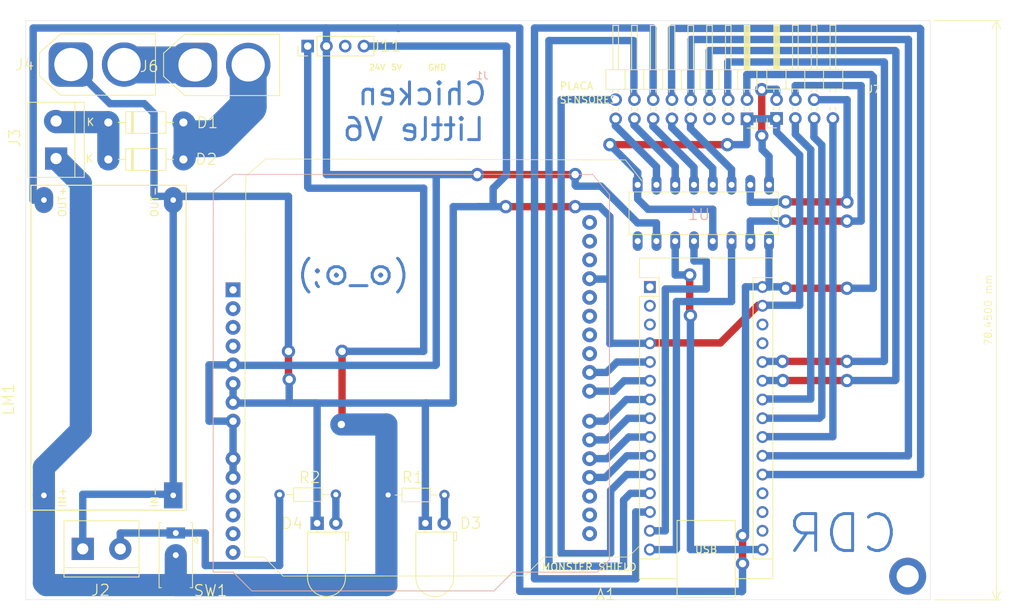
<source format=kicad_pcb>
(kicad_pcb (version 20240108) (generator "pcbnew") (generator_version "8.0")
  (layers (0 "F.Cu" signal) (31 "B.Cu" signal) (34 "B.Paste" user) (35 "F.Paste" user) (36 "B.SilkS" user "B.Silkscreen") (37 "F.SilkS" user "F.Silkscreen") (38 "B.Mask" user) (39 "F.Mask" user) (44 "Edge.Cuts" user))
  (net 0 "")
  (net 1 "AIN2 MONSTER SHIELD")
  (net 3 "ECHO 1")
  (net 5 "ECHO 3")
  (net 9 "ECHO 2")
  (net 10 "GND")
  (net 11 "TRIG 2")
  (net 13 "AIN1 MONSTER SHIELD")
  (net 14 "TRIG 3")
  (net 15 "BIN 2 MONSTER SHIELD")
  (net 16 "TRIG 1")
  (net 17 "BIN 1 MONSTER SHIELD")
  (net 18 "+5V")
  (net 19 "PWM A MONSTER SHIELD")
  (net 20 "PWM B MONSTER SHIELD")
  (net 21 "LED3")
  (net 25 "LED1")
  (net 32 "BTN2")
  (net 33 "LED2")
  (net 36 "BTN1")
  (net 39 "LED4")
  (net 46 "CNY 2")
  (net 47 "Net-(J2-Pin_2)")
  (net 48 "CNY 1")
  (net 49 "Net-(D1-K)")
  (net 50 "TRIG 4")
  (net 51 "ECHO 5")
  (net 52 "ECHO 4")
  (net 53 "TRIG 5")
  (net 54 "Net-(D3-A)")
  (net 55 "Net-(D4-A)")
  (net 56 "Net-(J4-Pin_2)")
  (net 58 "Data")
  (net 59 "Clock")
  (net 60 "Latch")
  (net 64 "+24V")
  (net 66 "Net-(D1-A)")
  (footprint "Button_Switch_THT:SW_Slide_SPDT_Straight_CK_OS102011MS2Q" (layer "F.Cu") (at 125.95 114 -90)
    (property "Reference" "SW1" (at 6.8 -4.7 180) (layer "F.SilkS") (effects (font (size 1.5 1.5))))
    (property "Value" "On/Off Motores")
    (pad "1" thru_hole rect (at -1 0 270) (size 1.5 2.5) (drill 0.8) (layers "*.Cu" "*.Mask") (net 47 "Net-(J2-Pin_2)"))
    (pad "2" thru_hole oval (at 2 0 270) (size 1.5 2.5) (drill 0.8) (layers "*.Cu" "*.Mask") (net 64 "+24V"))
  )
  (footprint "LED_THT:LED_D5.0mm_Horizontal_O1.27mm_Z3.0mm" (layer "F.Cu") (at 145.075 111.675)
    (property "Reference" "D4" (at -3.37 0.03 0) (layer "F.SilkS") (effects (font (size 1.5 1.5))))
    (property "Value" "LED")
    (pad "1" thru_hole rect (at 0 0) (size 1.8 1.8) (drill 0.9) (layers "*.Cu" "*.Mask") (net 10 "GND"))
    (pad "2" thru_hole circle (at 2.54 0) (size 1.8 1.8) (drill 0.9) (layers "*.Cu" "*.Mask") (net 55 "Net-(D4-A)"))
  )
  (footprint "Connector_PinHeader_2.54mm:PinHeader_2x04_P2.54mm_Horizontal" (layer "F.Cu") (at 207.26 56.85 90)
    (property "Reference" "J7" (at 3.95 13.16 0) (layer "F.SilkS"))
    (property "Value" "Placa de Botones")
    (pad "1" thru_hole rect (at 0 0 90) (size 1.7 1.7) (drill 1) (layers "*.Cu" "*.Mask") (net 10 "GND"))
    (pad "2" thru_hole oval (at 2.54 0 90) (size 1.7 1.7) (drill 1) (layers "*.Cu" "*.Mask") (net 33 "LED2"))
    (pad "3" thru_hole oval (at 0 2.54 90) (size 1.7 1.7) (drill 1) (layers "*.Cu" "*.Mask") (net 32 "BTN2"))
    (pad "4" thru_hole oval (at 2.54 2.54 90) (size 1.7 1.7) (drill 1) (layers "*.Cu" "*.Mask") (net 21 "LED3"))
    (pad "5" thru_hole oval (at 0 5.08 90) (size 1.7 1.7) (drill 1) (layers "*.Cu" "*.Mask") (net 36 "BTN1"))
    (pad "6" thru_hole oval (at 2.54 5.08 90) (size 1.7 1.7) (drill 1) (layers "*.Cu" "*.Mask") (net 39 "LED4"))
    (pad "7" thru_hole oval (at 0 7.62 90) (size 1.7 1.7) (drill 1) (layers "*.Cu" "*.Mask") (net 25 "LED1"))
  )
  (footprint "Connector_AMASS:AMASS_XT60-M_1x02_P7.20mm_Vertical" (layer "F.Cu") (at 111.75 49.55)
    (property "Reference" "J4" (at -6.254 0 0) (layer "F.SilkS") (effects (font (size 1.5 1.5))))
    (property "Value" "Power Input 2")
    (pad "1" thru_hole roundrect (at 0 0) (size 6 6) (drill 4.5) (layers "*.Cu" "*.Mask") (net 10 "GND"))
    (pad "2" thru_hole circle (at 7.2 0) (size 6 6) (drill 4.5) (layers "*.Cu" "*.Mask") (net 56 "Net-(J4-Pin_2)"))
  )
  (footprint "Connector_AMASS:AMASS_XT60-M_1x02_P7.20mm_Vertical" (layer "F.Cu") (at 128.55 49.6)
    (property "Reference" "J6" (at -6.2 0.2 180) (layer "F.SilkS") (effects (font (size 1.5 1.5))))
    (property "Value" "Power Input 1")
    (pad "1" thru_hole roundrect (at 0 0) (size 6 6) (drill 4.5) (layers "*.Cu" "*.Mask") (net 56 "Net-(J4-Pin_2)"))
    (pad "2" thru_hole circle (at 7.2 0) (size 6 6) (drill 4.5) (layers "*.Cu" "*.Mask") (net 66 "Net-(D1-A)"))
  )
  (footprint "TerminalBlock:TerminalBlock_bornier-2_P5.08mm" (layer "F.Cu") (at 109.75 62.28 90)
    (property "Reference" "J3" (at 2.78 -5.6 90) (layer "F.SilkS") (effects (font (size 1.5 1.5))))
    (property "Value" "On/Off General")
    (pad "1" thru_hole rect (at 0 0 90) (size 3 3) (drill 1.52) (layers "*.Cu" "*.Mask") (net 64 "+24V"))
    (pad "2" thru_hole circle (at 5.08 0 90) (size 3 3) (drill 1.52) (layers "*.Cu" "*.Mask") (net 49 "Net-(D1-K)"))
  )
  (footprint "Connector_PinHeader_2.54mm:PinHeader_2x08_P2.54mm_Horizontal" (layer "F.Cu") (at 203.14 54.3 -90)
    (property "Reference" "J1" (at -3.25 35.716905 180) (layer "B.SilkS") (effects (justify mirror)))
    (property "Value" "Conexion Sensores")
    (pad "1" thru_hole circle (at 0 17.66 90) (size 1.7 1.7) (drill 1) (layers "*.Cu" "*.Mask") (net 3 "ECHO 1"))
    (pad "2" thru_hole oval (at 2.6 17.66 90) (size 1.7 1.7) (drill 1) (layers "*.Cu" "*.Mask") (net 11 "TRIG 2"))
    (pad "3" thru_hole oval (at 0 15.12 90) (size 1.7 1.7) (drill 1) (layers "*.Cu" "*.Mask") (net 9 "ECHO 2"))
    (pad "4" thru_hole oval (at 2.6 15.12 90) (size 1.7 1.7) (drill 1) (layers "*.Cu" "*.Mask") (net 14 "TRIG 3"))
    (pad "5" thru_hole oval (at 0 12.58 90) (size 1.7 1.7) (drill 1) (layers "*.Cu" "*.Mask") (net 5 "ECHO 3"))
    (pad "6" thru_hole oval (at 2.6 12.58 90) (size 1.7 1.7) (drill 1) (layers "*.Cu" "*.Mask") (net 53 "TRIG 5"))
    (pad "7" thru_hole oval (at 0 10.04 90) (size 1.7 1.7) (drill 1) (layers "*.Cu" "*.Mask") (net 52 "ECHO 4"))
    (pad "8" thru_hole oval (at 2.6 10.04 90) (size 1.7 1.7) (drill 1) (layers "*.Cu" "*.Mask") (net 50 "TRIG 4"))
    (pad "9" thru_hole oval (at 0 7.5 90) (size 1.7 1.7) (drill 1) (layers "*.Cu" "*.Mask") (net 51 "ECHO 5"))
    (pad "10" thru_hole oval (at 2.6 7.5 90) (size 1.7 1.7) (drill 1) (layers "*.Cu" "*.Mask") (net 16 "TRIG 1"))
    (pad "11" thru_hole oval (at 0 4.96 90) (size 1.7 1.7) (drill 1) (layers "*.Cu" "*.Mask") (net 46 "CNY 2"))
    (pad "12" thru_hole oval (at 2.6 4.96 90) (size 1.7 1.7) (drill 1) (layers "*.Cu" "*.Mask"))
    (pad "13" thru_hole oval (at 0 2.42 90) (size 1.7 1.7) (drill 1) (layers "*.Cu" "*.Mask") (net 48 "CNY 1"))
    (pad "14" thru_hole oval (at 2.6 2.42 90) (size 1.7 1.7) (drill 1) (layers "*.Cu" "*.Mask"))
    (pad "15" thru_hole oval (at 0 -0.12 90) (size 1.7 1.7) (drill 1) (layers "*.Cu" "*.Mask") (net 18 "+5V"))
    (pad "16" thru_hole rect (at 2.6 -0.12 90) (size 1.7 1.7) (drill 1) (layers "*.Cu" "*.Mask") (net 10 "GND"))
  )
  (footprint "Resistor_THT:R_Axial_DIN0204_L3.6mm_D1.6mm_P7.62mm_Horizontal" (layer "F.Cu") (at 139.99 107.8)
    (property "Reference" "R2" (at 4.075 -2.325 0) (layer "F.SilkS") (effects (font (size 1.5 1.5))))
    (property "Value" "220")
    (pad "1" thru_hole circle (at 0 0) (size 1.4 1.4) (drill 0.7) (layers "*.Cu" "*.Mask") (net 47 "Net-(J2-Pin_2)"))
    (pad "2" thru_hole oval (at 7.62 0) (size 1.4 1.4) (drill 0.7) (layers "*.Cu" "*.Mask") (net 55 "Net-(D4-A)"))
  )
  (footprint "Resistor_THT:R_Axial_DIN0204_L3.6mm_D1.6mm_P7.62mm_Horizontal" (layer "F.Cu") (at 154.69 107.85)
    (property "Reference" "R1" (at 3.31 -2.375 0) (layer "F.SilkS") (effects (font (size 1.5 1.5))))
    (property "Value" "220")
    (pad "1" thru_hole circle (at 0 0) (size 1.4 1.4) (drill 0.7) (layers "*.Cu" "*.Mask") (net 64 "+24V"))
    (pad "2" thru_hole oval (at 7.62 0) (size 1.4 1.4) (drill 0.7) (layers "*.Cu" "*.Mask") (net 54 "Net-(D3-A)"))
  )
  (footprint "Connector_PinHeader_2.54mm:PinHeader_1x04_P2.54mm_Vertical" (layer "F.Cu") (at 143.8 47.05 90)
    (property "Reference" "J11" (at 0 10.68 0) (layer "F.SilkS") (effects (font (size 1.5 1.5))))
    (property "Value" "Conn_01x04_Pin")
    (pad "1" thru_hole rect (at 0 0 90) (size 1.7 1.7) (drill 1) (layers "*.Cu" "*.Mask") (net 64 "+24V"))
    (pad "2" thru_hole oval (at 0 2.54 90) (size 1.7 1.7) (drill 1) (layers "*.Cu" "*.Mask") (net 18 "+5V"))
    (pad "3" thru_hole oval (at 0 5.08 90) (size 1.7 1.7) (drill 1) (layers "*.Cu" "*.Mask"))
    (pad "4" thru_hole oval (at 0 7.62 90) (size 1.7 1.7) (drill 1) (layers "*.Cu" "*.Mask") (net 10 "GND"))
  )
  (footprint "" (layer "F.Cu") (at 225 118.85)
    (property "Reference" "" (at 0 0 0) (layer "F.SilkS") (effects (font (size 1.27 1.27))))
    (property "Value" "")
    (pad "2" thru_hole circle (at 0 0 180) (size 5 5) (drill 3) (layers "*.Cu" "*.Mask"))
  )
  (footprint "LED_THT:LED_D5.0mm_Horizontal_O1.27mm_Z3.0mm" (layer "F.Cu") (at 159.725 111.675)
    (property "Reference" "D3" (at 6.12 0 0) (layer "F.SilkS") (effects (font (size 1.5 1.5))))
    (property "Value" "LED")
    (pad "1" thru_hole rect (at 0 0) (size 1.8 1.8) (drill 0.9) (layers "*.Cu" "*.Mask") (net 10 "GND"))
    (pad "2" thru_hole circle (at 2.54 0) (size 1.8 1.8) (drill 0.9) (layers "*.Cu" "*.Mask") (net 54 "Net-(D3-A)"))
  )
  (footprint "Diode_THT:D_DO-41_SOD81_P10.16mm_Horizontal" (layer "F.Cu") (at 116.82 57.39)
    (property "Reference" "D1" (at 13.41 0.02 0) (layer "F.SilkS") (effects (font (size 1.5 1.5))))
    (property "Value" "1N4007")
    (fp_text user "K" (at -2.42 -0.04 0) (layer "F.SilkS"))
    (pad "1" thru_hole rect (at 0 0) (size 2.2 2.2) (drill 1.1) (layers "*.Cu" "*.Mask") (net 49 "Net-(D1-K)"))
    (pad "2" thru_hole oval (at 10.16 0) (size 2.2 2.2) (drill 1.1) (layers "*.Cu" "*.Mask") (net 66 "Net-(D1-A)"))
  )
  (footprint "74HC595N_DIP16_:DIP16-2.54-20.32X5.84MM" (layer "F.Cu") (at 197.35 69.65 180)
    (property "Reference" "U1" (at 0.6 -0.2 0) (layer "B.SilkS") (effects (font (size 1.5 1.5)) (justify mirror)))
    (property "Value" "74HC595")
    (pad "1" thru_hole oval (at -8.89 3.81 180) (size 1.3208 2.6416) (drill 0.8128) (layers "*.Cu" "*.Mask") (net 33 "LED2"))
    (pad "2" thru_hole oval (at -6.35 3.81 180) (size 1.3208 2.6416) (drill 0.8128) (layers "*.Cu" "*.Mask") (net 39 "LED4"))
    (pad "3" thru_hole oval (at -3.81 3.81 180) (size 1.3208 2.6416) (drill 0.8128) (layers "*.Cu" "*.Mask") (net 16 "TRIG 1"))
    (pad "4" thru_hole oval (at -1.27 3.81 180) (size 1.3208 2.6416) (drill 0.8128) (layers "*.Cu" "*.Mask") (net 50 "TRIG 4"))
    (pad "5" thru_hole oval (at 1.27 3.81 180) (size 1.3208 2.6416) (drill 0.8128) (layers "*.Cu" "*.Mask") (net 53 "TRIG 5"))
    (pad "6" thru_hole oval (at 3.81 3.81 180) (size 1.3208 2.6416) (drill 0.8128) (layers "*.Cu" "*.Mask") (net 14 "TRIG 3"))
    (pad "7" thru_hole oval (at 6.35 3.81 180) (size 1.3208 2.6416) (drill 0.8128) (layers "*.Cu" "*.Mask") (net 11 "TRIG 2"))
    (pad "8" thru_hole oval (at 8.89 3.81 180) (size 1.3208 2.6416) (drill 0.8128) (layers "*.Cu" "*.Mask") (net 10 "GND"))
    (pad "9" thru_hole oval (at 8.89 -3.81 180) (size 1.3208 2.6416) (drill 0.8128) (layers "*.Cu" "*.Mask"))
    (pad "10" thru_hole oval (at 6.35 -3.81 180) (size 1.3208 2.6416) (drill 0.8128) (layers "*.Cu" "*.Mask") (net 18 "+5V"))
    (pad "11" thru_hole oval (at 3.81 -3.81 180) (size 1.3208 2.6416) (drill 0.8128) (layers "*.Cu" "*.Mask") (net 59 "Clock"))
    (pad "12" thru_hole oval (at 1.27 -3.81 180) (size 1.3208 2.6416) (drill 0.8128) (layers "*.Cu" "*.Mask") (net 60 "Latch"))
    (pad "13" thru_hole oval (at -1.27 -3.81 180) (size 1.3208 2.6416) (drill 0.8128) (layers "*.Cu" "*.Mask") (net 10 "GND"))
    (pad "14" thru_hole oval (at -3.81 -3.81 180) (size 1.3208 2.6416) (drill 0.8128) (layers "*.Cu" "*.Mask") (net 58 "Data"))
    (pad "15" thru_hole oval (at -6.35 -3.81 180) (size 1.3208 2.6416) (drill 0.8128) (layers "*.Cu" "*.Mask") (net 21 "LED3"))
    (pad "16" thru_hole oval (at -8.89 -3.81 180) (size 1.3208 2.6416) (drill 0.8128) (layers "*.Cu" "*.Mask") (net 18 "+5V"))
  )
  (footprint "Module:Arduino_Nano" (layer "F.Cu") (at 190.11 79.68)
    (property "Reference" "A1" (at -5.96 41.65 0) (layer "F.SilkS") (effects (font (size 1.5 1.5))))
    (property "Value" "Arduino_Nano_v3.x")
    (fp_text user "USB" (at 7.62 35.56 0) (layer "F.SilkS"))
    (pad "1" thru_hole rect (at 0 0) (size 1.6 1.6) (drill 1) (layers "*.Cu" "*.Mask"))
    (pad "2" thru_hole oval (at 0 2.54) (size 1.6 1.6) (drill 1) (layers "*.Cu" "*.Mask"))
    (pad "3" thru_hole oval (at 0 5.08) (size 1.6 1.6) (drill 1) (layers "*.Cu" "*.Mask"))
    (pad "4" thru_hole oval (at 0 7.62) (size 1.6 1.6) (drill 1) (layers "*.Cu" "*.Mask") (net 10 "GND"))
    (pad "5" thru_hole oval (at 0 10.16) (size 1.6 1.6) (drill 1) (layers "*.Cu" "*.Mask") (net 15 "BIN 2 MONSTER SHIELD"))
    (pad "6" thru_hole oval (at 0 12.7) (size 1.6 1.6) (drill 1) (layers "*.Cu" "*.Mask") (net 1 "AIN2 MONSTER SHIELD"))
    (pad "7" thru_hole oval (at 0 15.24) (size 1.6 1.6) (drill 1) (layers "*.Cu" "*.Mask") (net 13 "AIN1 MONSTER SHIELD"))
    (pad "8" thru_hole oval (at 0 17.78) (size 1.6 1.6) (drill 1) (layers "*.Cu" "*.Mask") (net 20 "PWM B MONSTER SHIELD"))
    (pad "9" thru_hole oval (at 0 20.32) (size 1.6 1.6) (drill 1) (layers "*.Cu" "*.Mask") (net 19 "PWM A MONSTER SHIELD"))
    (pad "10" thru_hole oval (at 0 22.86) (size 1.6 1.6) (drill 1) (layers "*.Cu" "*.Mask") (net 17 "BIN 1 MONSTER SHIELD"))
    (pad "11" thru_hole oval (at 0 25.4) (size 1.6 1.6) (drill 1) (layers "*.Cu" "*.Mask") (net 3 "ECHO 1"))
    (pad "12" thru_hole oval (at 0 27.94) (size 1.6 1.6) (drill 1) (layers "*.Cu" "*.Mask") (net 9 "ECHO 2"))
    (pad "13" thru_hole oval (at 0 30.48) (size 1.6 1.6) (drill 1) (layers "*.Cu" "*.Mask") (net 5 "ECHO 3"))
    (pad "14" thru_hole oval (at 0 33.02) (size 1.6 1.6) (drill 1) (layers "*.Cu" "*.Mask") (net 60 "Latch"))
    (pad "15" thru_hole oval (at 0 35.56) (size 1.6 1.6) (drill 1) (layers "*.Cu" "*.Mask") (net 58 "Data"))
    (pad "16" thru_hole oval (at 15.24 35.56) (size 1.6 1.6) (drill 1) (layers "*.Cu" "*.Mask") (net 59 "Clock"))
    (pad "17" thru_hole oval (at 15.24 33.02) (size 1.6 1.6) (drill 1) (layers "*.Cu" "*.Mask"))
    (pad "18" thru_hole oval (at 15.24 30.48) (size 1.6 1.6) (drill 1) (layers "*.Cu" "*.Mask"))
    (pad "19" thru_hole oval (at 15.24 27.94) (size 1.6 1.6) (drill 1) (layers "*.Cu" "*.Mask"))
    (pad "20" thru_hole oval (at 15.24 25.4) (size 1.6 1.6) (drill 1) (layers "*.Cu" "*.Mask") (net 52 "ECHO 4"))
    (pad "21" thru_hole oval (at 15.24 22.86) (size 1.6 1.6) (drill 1) (layers "*.Cu" "*.Mask") (net 51 "ECHO 5"))
    (pad "22" thru_hole oval (at 15.24 20.32) (size 1.6 1.6) (drill 1) (layers "*.Cu" "*.Mask") (net 25 "LED1"))
    (pad "23" thru_hole oval (at 15.24 17.78) (size 1.6 1.6) (drill 1) (layers "*.Cu" "*.Mask") (net 36 "BTN1"))
    (pad "24" thru_hole oval (at 15.24 15.24) (size 1.6 1.6) (drill 1) (layers "*.Cu" "*.Mask") (net 32 "BTN2"))
    (pad "25" thru_hole oval (at 15.24 12.7) (size 1.6 1.6) (drill 1) (layers "*.Cu" "*.Mask") (net 46 "CNY 2"))
    (pad "26" thru_hole oval (at 15.24 10.16) (size 1.6 1.6) (drill 1) (layers "*.Cu" "*.Mask") (net 48 "CNY 1"))
    (pad "27" thru_hole oval (at 15.24 7.62) (size 1.6 1.6) (drill 1) (layers "*.Cu" "*.Mask"))
    (pad "28" thru_hole oval (at 15.24 5.08) (size 1.6 1.6) (drill 1) (layers "*.Cu" "*.Mask"))
    (pad "29" thru_hole oval (at 15.24 2.54) (size 1.6 1.6) (drill 1) (layers "*.Cu" "*.Mask") (net 10 "GND"))
    (pad "30" thru_hole oval (at 15.24 0) (size 1.6 1.6) (drill 1) (layers "*.Cu" "*.Mask") (net 18 "+5V"))
  )
  (footprint "TerminalBlock:TerminalBlock_bornier-2_P5.08mm" (layer "F.Cu") (at 113.36 115.15)
    (property "Reference" "J2" (at 2.4 5.6 180) (layer "F.SilkS") (effects (font (size 1.5 1.5))))
    (property "Value" "Power Monster")
    (pad "1" thru_hole rect (at 0 0) (size 3 3) (drill 1.52) (layers "*.Cu" "*.Mask") (net 10 "GND"))
    (pad "2" thru_hole circle (at 5.08 0) (size 3 3) (drill 1.52) (layers "*.Cu" "*.Mask") (net 47 "Net-(J2-Pin_2)"))
  )
  (footprint "StepDown:StepDown" (layer "F.Cu") (at 116.85 87.9 180)
    (property "Reference" "LM1" (at 13.55 -7 -90) (layer "F.SilkS") (effects (font (size 1.5 1.5))))
    (property "Value" "LM2596_OK")
    (fp_text user "OUT+" (at 6.25 19.75 -90) (layer "F.SilkS"))
    (fp_text user "IN-" (at -6.25 -20.25 -90) (layer "F.SilkS"))
    (fp_text user "IN+" (at 6.25 -20.25 -90) (layer "F.SilkS"))
    (fp_text user "OUT-" (at -6.25 19.75 -90) (layer "F.SilkS"))
    (pad "1" thru_hole rect (at -8.75 -20 180) (size 2.5 3.5) (drill 0.762) (layers "*.Cu" "*.Mask") (net 10 "GND"))
    (pad "2" thru_hole oval (at 8.75 -20 180) (size 2.5 3.5) (drill 0.762) (layers "*.Cu" "*.Mask") (net 64 "+24V"))
    (pad "3" thru_hole oval (at -8.75 20 180) (size 2.5 3.5) (drill 0.762) (layers "*.Cu" "*.Mask") (net 10 "GND"))
    (pad "4" thru_hole oval (at 8.75 20 180) (size 2.5 3.5) (drill 0.762) (layers "*.Cu" "*.Mask") (net 18 "+5V"))
  )
  (footprint "Diode_THT:D_DO-41_SOD81_P10.16mm_Horizontal" (layer "F.Cu") (at 116.82 62.4)
    (property "Reference" "D2" (at 13.26 -0.02 0) (layer "F.SilkS") (effects (font (size 1.5 1.5))))
    (property "Value" "1N4007")
    (fp_text user "K" (at -2.57 -0.11 0) (layer "F.SilkS"))
    (pad "1" thru_hole rect (at 0 0) (size 2.2 2.2) (drill 1.1) (layers "*.Cu" "*.Mask") (net 49 "Net-(D1-K)"))
    (pad "2" thru_hole oval (at 10.16 0) (size 2.2 2.2) (drill 1.1) (layers "*.Cu" "*.Mask") (net 66 "Net-(D1-A)"))
  )
  (footprint "Module:Arduino_UNO_R3" (layer "B.Cu") (at 133.7 80.07 -90)
    (property "Reference" "A2" (hide yes))
    (property "Value" "MONSTER SHIELD")
    (pad "1" thru_hole rect (at 0 0) (size 2 2) (drill 1) (layers "*.Cu" "*.Mask"))
    (pad "2" thru_hole oval (at 2.54 0 180) (size 2 2) (drill 1) (layers "*.Cu" "*.Mask"))
    (pad "3" thru_hole oval (at 5.08 0) (size 2 2) (drill 1) (layers "*.Cu" "*.Mask"))
    (pad "4" thru_hole oval (at 7.62 0) (size 2 2) (drill 1) (layers "*.Cu" "*.Mask"))
    (pad "5" thru_hole oval (at 10.16 0) (size 2 2) (drill 1) (layers "*.Cu" "*.Mask") (net 18 "+5V"))
    (pad "6" thru_hole oval (at 12.7 0) (size 2 2) (drill 1) (layers "*.Cu" "*.Mask") (net 10 "GND"))
    (pad "7" thru_hole oval (at 15.24 0) (size 2 2) (drill 1) (layers "*.Cu" "*.Mask") (net 10 "GND"))
    (pad "8" thru_hole oval (at 17.78 0) (size 2 2) (drill 1) (layers "*.Cu" "*.Mask") (net 18 "+5V"))
    (pad "9" thru_hole oval (at 22.86 0) (size 2 2) (drill 1) (layers "*.Cu" "*.Mask") (net 18 "+5V"))
    (pad "10" thru_hole oval (at 25.4 0) (size 2 2) (drill 1) (layers "*.Cu" "*.Mask") (net 18 "+5V"))
    (pad "11" thru_hole oval (at 27.94 0) (size 2 2) (drill 1) (layers "*.Cu" "*.Mask"))
    (pad "12" thru_hole oval (at 30.48 0 180) (size 2 2) (drill 1) (layers "*.Cu" "*.Mask"))
    (pad "13" thru_hole oval (at 33.02 0) (size 2 2) (drill 1) (layers "*.Cu" "*.Mask"))
    (pad "14" thru_hole oval (at 35.56 0) (size 2 2) (drill 1) (layers "*.Cu" "*.Mask"))
    (pad "16" thru_hole oval (at 33.02 -48.26) (size 2 2) (drill 1) (layers "*.Cu" "*.Mask"))
    (pad "17" thru_hole oval (at 30.48 -48.26) (size 2 2) (drill 1) (layers "*.Cu" "*.Mask"))
    (pad "18" thru_hole oval (at 27.94 -48.26) (size 2 2) (drill 1) (layers "*.Cu" "*.Mask"))
    (pad "19" thru_hole oval (at 25.4 -48.26) (size 2 2) (drill 1) (layers "*.Cu" "*.Mask") (net 17 "BIN 1 MONSTER SHIELD"))
    (pad "20" thru_hole oval (at 22.86 -48.26) (size 2 2) (drill 1) (layers "*.Cu" "*.Mask") (net 19 "PWM A MONSTER SHIELD"))
    (pad "21" thru_hole oval (at 20.32 -48.26) (size 2 2) (drill 1) (layers "*.Cu" "*.Mask") (net 20 "PWM B MONSTER SHIELD"))
    (pad "22" thru_hole oval (at 17.78 -48.26) (size 2 2) (drill 1) (layers "*.Cu" "*.Mask") (net 13 "AIN1 MONSTER SHIELD"))
    (pad "23" thru_hole oval (at 13.72 -48.26) (size 2 2) (drill 1) (layers "*.Cu" "*.Mask") (net 1 "AIN2 MONSTER SHIELD"))
    (pad "24" thru_hole oval (at 11.18 -48.26) (size 2 2) (drill 1) (layers "*.Cu" "*.Mask") (net 15 "BIN 2 MONSTER SHIELD"))
    (pad "25" thru_hole oval (at 8.64 -48.26) (size 2 2) (drill 1) (layers "*.Cu" "*.Mask"))
    (pad "26" thru_hole oval (at 6.1 -48.26) (size 2 2) (drill 1) (layers "*.Cu" "*.Mask"))
    (pad "27" thru_hole oval (at 3.56 -48.26) (size 2 2) (drill 1) (layers "*.Cu" "*.Mask"))
    (pad "28" thru_hole oval (at 1.02 -48.26) (size 2 2) (drill 1) (layers "*.Cu" "*.Mask"))
    (pad "29" thru_hole oval (at -1.52 -48.26) (size 2 2) (drill 1) (layers "*.Cu" "*.Mask") (net 10 "GND"))
    (pad "30" thru_hole oval (at -4.06 -48.26) (size 2 2) (drill 1) (layers "*.Cu" "*.Mask"))
    (pad "31" thru_hole oval (at -6.6 -48.26) (size 2 2) (drill 1) (layers "*.Cu" "*.Mask"))
    (pad "32" thru_hole oval (at -9.14 -48.26 180) (size 2 2) (drill 1) (layers "*.Cu" "*.Mask"))
  )
  (gr_line (start 187.21 116.26) (end 188.77 114.69) (stroke (width 0.1)) (layer "F.SilkS"))
  (gr_line (start 186.8 62.46) (end 138.13 62.34) (stroke (width 0.1)) (layer "F.SilkS"))
  (gr_line (start 175.77 116.26) (end 187.21 116.26) (stroke (width 0.1)) (layer "F.SilkS"))
  (gr_line (start 189.01 65.29) (end 186.8 62.46) (stroke (width 0.1)) (layer "F.SilkS"))
  (gr_line (start 137.91 116.27) (end 140.47 118.84) (stroke (width 0.1)) (layer "F.SilkS"))
  (gr_line (start 135.43 64.67) (end 135.24 116.27) (stroke (width 0.1)) (layer "F.SilkS"))
  (gr_line (start 135.24 116.27) (end 137.91 116.27) (stroke (width 0.1)) (layer "F.SilkS"))
  (gr_line (start 138.13 62.34) (end 135.43 64.67) (stroke (width 0.1)) (layer "F.SilkS"))
  (gr_line (start 140.47 118.84) (end 173.22 118.8) (stroke (width 0.1)) (layer "F.SilkS"))
  (gr_line (start 173.22 118.8) (end 175.77 116.26) (stroke (width 0.1)) (layer "F.SilkS"))
  (gr_rect (start 105.65 43.6) (end 228.05 122.05) (stroke (width 0.05)) (fill none) (layer "Edge.Cuts"))
  (gr_text "CDR" (at 224 116 0) (layer "B.Cu") (effects (font (size 5 5) (thickness 0.4)) (justify left bottom mirror)))
  (gr_text "(⊙_⊙;)" (at 157.8 79.6 0) (layer "B.Cu") (effects (font (size 3 3) (thickness 0.4)) (justify left bottom mirror)))
  (gr_text "Chicken \nLittle V6" (at 158.15 60.1 0) (layer "B.Cu") (effects (font (size 3 3) (thickness 0.4)) (justify bottom mirror)))
  (gr_text "5V" (at 155 50.4 0) (layer "F.SilkS") (effects (font (size 0.8 0.8)) (justify left bottom)))
  (gr_text "SENSORES" (at 177.795953 54.90175 0) (layer "F.SilkS") (effects (font (size 1 1)) (justify left bottom)))
  (gr_text "GND" (at 160 50.4 0) (layer "F.SilkS") (effects (font (size 0.8 0.8)) (justify left bottom)))
  (gr_text "MONSTER SHIELD\n" (at 175.4 118.2 0) (layer "F.SilkS") (effects (font (size 1 1)) (justify left bottom)))
  (gr_text "24V" (at 152 50.4 0) (layer "F.SilkS") (effects (font (size 0.8 0.8)) (justify left bottom)))
  (gr_text "PLACA " (at 180.56381 52.46 0) (layer "F.SilkS") (effects (font (size 1 1))))
  (dimension (type aligned) (layer "F.SilkS") (pts (xy 228.05 122.05) (xy 228.05 43.6)) (height 8.95) (gr_text "78,4500 mm" (at 235.9 82.825 90) (layer "F.SilkS") (effects (font (size 1 1) (thickness 0.1)))) (format (prefix "") (suffix "") (units 3) (units_format 1) (precision 4)) (style (thickness 0.1) (arrow_length 1.27) (text_position_mode 0) (extension_height 0.58642) (extension_offset 0.5) keep_text_aligned))
  (segment (start 185.21 93.79) (end 186.62 92.38) (width 1) (layer "B.Cu") (net 1))
  (segment (start 181.96 93.79) (end 185.21 93.79) (width 1) (layer "B.Cu") (net 1))
  (segment (start 186.62 92.38) (end 190.11 92.38) (width 1) (layer "B.Cu") (net 1))
  (segment (start 184.8 107.25) (end 186.97 105.08) (width 1) (layer "B.Cu") (net 3))
  (segment (start 183.955 54.36) (end 185.44 54.36) (width 1) (layer "B.Cu") (net 3))
  (segment (start 184.8 115.7) (end 184.8 107.25) (width 1) (layer "B.Cu") (net 3))
  (segment (start 185.48 54.3) (end 178.1 54.3) (width 1) (layer "B.Cu") (net 3))
  (segment (start 178.1 54.3) (end 178.1 115.79) (width 1) (layer "B.Cu") (net 3))
  (segment (start 185.44 54.36) (end 185.45 54.35) (width 1) (layer "B.Cu") (net 3))
  (segment (start 184.71 115.79) (end 184.8 115.7) (width 1) (layer "B.Cu") (net 3))
  (segment (start 186.97 105.08) (end 190.11 105.08) (width 1) (layer "B.Cu") (net 3))
  (segment (start 178.1 115.79) (end 184.71 115.79) (width 1) (layer "B.Cu") (net 3))
  (segment (start 188.2 119.15) (end 188.25 119.2) (width 1) (layer "B.Cu") (net 5))
  (segment (start 190.5 44.6) (end 190.55 44.65) (width 1) (layer "B.Cu") (net 5))
  (segment (start 188.2 119.15) (end 188.15 119.2) (width 1) (layer "B.Cu") (net 5))
  (segment (start 174.5 44.6) (end 190.5 44.6) (width 1) (layer "B.Cu") (net 5))
  (segment (start 188.2 110.15) (end 188.2 119.15) (width 1) (layer "B.Cu") (net 5))
  (segment (start 190.11 110.16) (end 188.21 110.16) (width 1) (layer "B.Cu") (net 5))
  (segment (start 188.15 119.2) (end 174.5 119.2) (width 1) (layer "B.Cu") (net 5))
  (segment (start 174.5 119.2) (end 174.5 44.6) (width 1) (layer "B.Cu") (net 5))
  (segment (start 188.21 110.16) (end 188.2 110.15) (width 1) (layer "B.Cu") (net 5))
  (segment (start 190.55 54.33) (end 190.53 54.35) (width 1) (layer "B.Cu") (net 5))
  (segment (start 190.55 44.65) (end 190.55 54.33) (width 1) (layer "B.Cu") (net 5))
  (segment (start 187.99 54.35) (end 187.95 54.31) (width 1) (layer "B.Cu") (net 9))
  (segment (start 187.48 107.62) (end 190.11 107.62) (width 1) (layer "B.Cu") (net 9))
  (segment (start 187.95 54.31) (end 187.95 46.35) (width 1) (layer "B.Cu") (net 9))
  (segment (start 186.55 117.45) (end 186.55 108.55) (width 1) (layer "B.Cu") (net 9))
  (segment (start 176.45 46.3) (end 176.45 117.49) (width 1) (layer "B.Cu") (net 9))
  (segment (start 186.55 108.55) (end 187.48 107.62) (width 1) (layer "B.Cu") (net 9))
  (segment (start 176.45 117.49) (end 186.51 117.49) (width 1) (layer "B.Cu") (net 9))
  (segment (start 187.95 46.35) (end 187.9 46.3) (width 1) (layer "B.Cu") (net 9))
  (segment (start 186.51 117.49) (end 186.55 117.45) (width 1) (layer "B.Cu") (net 9))
  (segment (start 187.9 46.3) (end 176.45 46.3) (width 1) (layer "B.Cu") (net 9))
  (segment (start 199.65 87.25) (end 204.75 82.15) (width 1) (layer "F.Cu") (net 10))
  (segment (start 141.3 92.19) (end 141.2 92.09) (width 1) (layer "F.Cu") (net 10))
  (segment (start 190.16 87.25) (end 199.65 87.25) (width 1) (layer "F.Cu") (net 10))
  (segment (start 190.11 87.3) (end 190.16 87.25) (width 1) (layer "F.Cu") (net 10))
  (segment (start 200.6 60.4) (end 184.7 60.4) (width 1) (layer "F.Cu") (net 10))
  (segment (start 141.2 92.09) (end 141.2 88.39) (width 1) (layer "F.Cu") (net 10))
  (segment (start 180 68.8) (end 170.6 68.8) (width 1) (layer "F.Cu") (net 10))
  (via (at 184.7 60.4) (size 1.8) (drill 1) (layers "F.Cu" "B.Cu") (net 10))
  (via (at 180 68.8) (size 1.8) (drill 1) (layers "F.Cu" "B.Cu") (net 10))
  (via (at 170.6 68.8) (size 1.8) (drill 1) (layers "F.Cu" "B.Cu") (net 10))
  (via (at 141.3 92.19) (size 1.8) (drill 1) (layers "F.Cu" "B.Cu") (net 10))
  (via (at 141.2 88.39) (size 1.8) (drill 1) (layers "F.Cu" "B.Cu") (net 10))
  (via (at 200.6 60.4) (size 1.8) (drill 1) (layers "F.Cu" "B.Cu") (net 10))
  (segment (start 168.9 66.3) (end 170.7 64.5) (width 1) (layer "B.Cu") (net 10))
  (segment (start 203.23 60.4) (end 203.23 56.89) (width 1) (layer "B.Cu") (net 10))
  (segment (start 207.22 56.89) (end 207.26 56.85) (width 1) (layer "B.Cu") (net 10))
  (segment (start 170.65 47.05) (end 151.42 47.05) (width 1) (layer "B.Cu") (net 10))
  (segment (start 188.46 64.16) (end 184.7 60.4) (width 1) (layer "B.Cu") (net 10))
  (segment (start 189.85 69.15) (end 198.62 69.15) (width 1) (layer "B.Cu") (net 10))
  (segment (start 163.5 68.8) (end 166.85 68.8) (width 1) (layer "B.Cu") (net 10))
  (segment (start 145.075 95.525) (end 145.075 111.675) (width 1) (layer "B.Cu") (net 10))
  (segment (start 180 68.8) (end 180.01 68.79) (width 1) (layer "B.Cu") (net 10))
  (segment (start 159.725 111.675) (end 159.725 95.475) (width 1) (layer "B.Cu") (net 10))
  (segment (start 203.23 56.89) (end 207.22 56.89) (width 1) (layer "B.Cu") (net 10))
  (segment (start 188.46 67.76) (end 189.85 69.15) (width 1) (layer "B.Cu") (net 10))
  (segment (start 123 56.15) (end 121.7 54.85) (width 1) (layer "B.Cu") (net 10))
  (segment (start 159.8 95.4) (end 163.5 95.4) (width 1) (layer "B.Cu") (net 10))
  (segment (start 207.26 56.85) (end 207.26 58.7) (width 1) (layer "B.Cu") (net 10))
  (segment (start 205.42 82.15) (end 205.35 82.22) (width 1) (layer "B.Cu") (net 10))
  (segment (start 170.75 47.15) (end 170.65 47.05) (width 1) (layer "B.Cu") (net 10))
  (segment (start 210.38 61.82) (end 210.38 82.15) (width 1) (layer "B.Cu") (net 10))
  (segment (start 182.02 78.61) (end 184.61 78.61) (width 1) (layer "B.Cu") (net 10))
  (segment (start 125.45 107.75) (end 125.6 107.9) (width 1) (layer "B.Cu") (net 10))
  (segment (start 133.7 95.31) (end 133.79 95.4) (width 1) (layer "B.Cu") (net 10))
  (segment (start 113.36 107.75) (end 125.45 107.75) (width 1) (layer "B.Cu") (net 10))
  (segment (start 141.35 95.4) (end 144.95 95.4) (width 1) (layer "B.Cu") (net 10))
  (segment (start 121.7 54.85) (end 117.05 54.85) (width 1) (layer "B.Cu") (net 10))
  (segment (start 181.96 78.55) (end 182.02 78.61) (width 1) (layer "B.Cu") (net 10))
  (segment (start 168.9 68.8) (end 168.9 66.3) (width 1) (layer "B.Cu") (net 10))
  (segment (start 188.46 65.84) (end 188.46 67.76) (width 1) (layer "B.Cu") (net 10))
  (segment (start 170.7 64.5) (end 170.7 47.2) (width 1) (layer "B.Cu") (net 10))
  (segment (start 133.79 95.4) (end 159.8 95.4) (width 1) (layer "B.Cu") (net 10))
  (segment (start 159.725 95.475) (end 159.8 95.4) (width 1) (layer "B.Cu") (net 10))
  (segment (start 210.38 82.15) (end 205.42 82.15) (width 1) (layer "B.Cu") (net 10))
  (segment (start 184.7 87.35) (end 184.75 87.3) (width 1) (layer "B.Cu") (net 10))
  (segment (start 198.62 72.708597) (end 198.62 73.46) (width 1) (layer "B.Cu") (net 10))
  (segment (start 184.75 87.3) (end 190.11 87.3) (width 1) (layer "B.Cu") (net 10))
  (segment (start 180.01 68.79) (end 183.34 68.79) (width 1) (layer "B.Cu") (net 10))
  (segment (start 170.7 47.2) (end 170.75 47.15) (width 1) (layer "B.Cu") (net 10))
  (segment (start 170.6 68.8) (end 166.85 68.8) (width 1) (layer "B.Cu") (net 10))
  (segment (start 200.6 60.4) (end 203.23 60.4) (width 1) (layer "B.Cu") (net 10))
  (segment (start 207.26 58.7) (end 210.38 61.82) (width 1) (layer "B.Cu") (net 10))
  (segment (start 125.6 107.9) (end 125.6 67.9) (width 1) (layer "B.Cu") (net 10))
  (segment (start 126.1 67.4) (end 125.6 67.9) (width 1) (layer "B.Cu") (net 10))
  (segment (start 183.34 68.79) (end 184.7 70.15) (width 1) (layer "B.Cu") (net 10))
  (segment (start 188.46 65.84) (end 188.46 64.16) (width 1) (layer "B.Cu") (net 10))
  (segment (start 166.85 68.8) (end 168.9 68.8) (width 1) (layer "B.Cu") (net 10))
  (segment (start 184.7 70.15) (end 184.7 87.35) (width 1) (layer "B.Cu") (net 10))
  (segment (start 163.5 95.4) (end 163.5 68.8) (width 1) (layer "B.Cu") (net 10))
  (segment (start 123 56.15) (end 123 67.4) (width 1) (layer "B.Cu") (net 10))
  (segment (start 117.05 54.85) (end 111.75 49.55) (width 1) (layer "B.Cu") (net 10))
  (segment (start 133.7 92.77) (end 133.7 95.31) (width 1) (layer "B.Cu") (net 10))
  (segment (start 141.3 95.35) (end 141.35 95.4) (width 1) (layer "B.Cu") (net 10))
  (segment (start 141.3 92.19) (end 141.3 95.35) (width 1) (layer "B.Cu") (net 10))
  (segment (start 190.06 87.25) (end 190.11 87.3) (width 1) (layer "B.Cu") (net 10))
  (segment (start 198.62 69.15) (end 198.62 73.46) (width 1) (layer "B.Cu") (net 10))
  (segment (start 123 67.4) (end 131.7 67.4) (width 1) (layer "B.Cu") (net 10))
  (segment (start 141.2 88.39) (end 141.2 67.4) (width 1) (layer "B.Cu") (net 10))
  (segment (start 141.2 67.4) (end 126.1 67.4) (width 1) (layer "B.Cu") (net 10))
  (segment (start 144.95 95.4) (end 145.075 95.525) (width 1) (layer "B.Cu") (net 10))
  (segment (start 113.36 115.15) (end 113.36 107.75) (width 1) (layer "B.Cu") (net 10))
  (segment (start 185.45 57.85) (end 185.45 56.89) (width 1) (layer "B.Cu") (net 11))
  (segment (start 191 65.84) (end 191 63.4) (width 1) (layer "B.Cu") (net 11))
  (segment (start 191 63.4) (end 185.45 57.85) (width 1) (layer "B.Cu") (net 11))
  (segment (start 184 97.85) (end 186.93 94.92) (width 1) (layer "B.Cu") (net 13))
  (segment (start 181.96 97.85) (end 184 97.85) (width 1) (layer "B.Cu") (net 13))
  (segment (start 186.93 94.92) (end 190.11 94.92) (width 1) (layer "B.Cu") (net 13))
  (segment (start 193.54 63.34) (end 193.54 65.84) (width 1) (layer "B.Cu") (net 14))
  (segment (start 187.95 56.93) (end 187.95 57.75) (width 1) (layer "B.Cu") (net 14))
  (segment (start 187.95 57.75) (end 193.54 63.34) (width 1) (layer "B.Cu") (net 14))
  (segment (start 187.99 56.89) (end 187.95 56.93) (width 1) (layer "B.Cu") (net 14))
  (segment (start 181.96 91.25) (end 184.25 91.25) (width 1) (layer "B.Cu") (net 15))
  (segment (start 184.25 91.25) (end 185.66 89.84) (width 1) (layer "B.Cu") (net 15))
  (segment (start 185.66 89.84) (end 190.11 89.84) (width 1) (layer "B.Cu") (net 15))
  (segment (start 195.61 56.89) (end 195.61 58.197508) (width 1) (layer "B.Cu") (net 16))
  (segment (start 195.61 58.197508) (end 201.16 63.747508) (width 1) (layer "B.Cu") (net 16))
  (segment (start 201.16 63.747508) (end 201.16 65.84) (width 1) (layer "B.Cu") (net 16))
  (segment (start 184.08 105.47) (end 187.01 102.54) (width 1) (layer "B.Cu") (net 17))
  (segment (start 181.96 105.47) (end 184.08 105.47) (width 1) (layer "B.Cu") (net 17))
  (segment (start 187.01 102.54) (end 190.11 102.54) (width 1) (layer "B.Cu") (net 17))
  (segment (start 202.65 117.14) (end 202.65 113.34) (width 1) (layer "F.Cu") (net 18))
  (segment (start 180 64.45) (end 166.75 64.45) (width 1) (layer "F.Cu") (net 18))
  (segment (start 216.78 79.85) (end 208.48 79.85) (width 1) (layer "F.Cu") (net 18))
  (via (at 202.65 113.34) (size 1.8) (drill 1) (layers "F.Cu" "B.Cu") (net 18))
  (via (at 180 64.45) (size 1.8) (drill 1) (layers "F.Cu" "B.Cu") (net 18))
  (via (at 208.48 79.85) (size 1.8) (drill 1) (layers "F.Cu" "B.Cu") (net 18))
  (via (at 166.75 64.45) (size 1.8) (drill 1) (layers "F.Cu" "B.Cu") (net 18))
  (via (at 216.78 79.85) (size 1.8) (drill 1) (layers "F.Cu" "B.Cu") (net 18))
  (via (at 202.65 117.14) (size 1.8) (drill 1) (layers "F.Cu" "B.Cu") (net 18))
  (segment (start 205.35 79.68) (end 206.22 79.68) (width 1) (layer "B.Cu") (net 18))
  (segment (start 106.65 67.9) (end 108.1 67.9) (width 1) (layer "B.Cu") (net 18))
  (segment (start 106.65 44.6) (end 106.65 67.9) (width 1) (layer "B.Cu") (net 18))
  (segment (start 203.05 79.65) (end 203.05 112.94) (width 1) (layer "B.Cu") (net 18))
  (segment (start 146.3 44.6) (end 106.65 44.6) (width 1) (layer "B.Cu") (net 18))
  (segment (start 172.5 44.6) (end 156 44.6) (width 1) (layer "B.Cu") (net 18))
  (segment (start 161.2 90.2) (end 161.11 90.29) (width 1) (layer "B.Cu") (net 18))
  (segment (start 156.06 44.66) (end 156 44.6) (width 1) (layer "B.Cu") (net 18))
  (segment (start 202.65 117.14) (end 202.65 120.85) (width 1) (layer "B.Cu") (net 18))
  (segment (start 183.475 66.025) (end 188.45 71) (width 1) (layer "B.Cu") (net 18))
  (segment (start 133.7 90.23) (end 130.45 90.23) (width 1) (layer "B.Cu") (net 18))
  (segment (start 156 44.6) (end 146.3 44.6) (width 1) (layer "B.Cu") (net 18))
  (segment (start 146.34 44.64) (end 146.3 44.6) (width 1) (layer "B.Cu") (net 18))
  (segment (start 133.7 97.85) (end 133.7 105.47) (width 1) (layer "B.Cu") (net 18))
  (segment (start 220.35 51.2) (end 220.05 50.9) (width 1) (layer "B.Cu") (net 18))
  (segment (start 206.24 79.64) (end 206.24 73.46) (width 1) (layer "B.Cu") (net 18))
  (segment (start 161.2 64.45) (end 161.2 90.2) (width 1) (layer "B.Cu") (net 18))
  (segment (start 133.76 90.29) (end 133.7 90.23) (width 1) (layer "B.Cu") (net 18))
  (segment (start 206.25 79.65) (end 206.24 79.64) (width 1) (layer "B.Cu") (net 18))
  (segment (start 208.48 79.85) (end 208.28 79.65) (width 1) (layer "B.Cu") (net 18))
  (segment (start 146.34 64.45) (end 161.2 64.45) (width 1) (layer "B.Cu") (net 18))
  (segment (start 180.125 66.025) (end 183.475 66.025) (width 1) (layer "B.Cu") (net 18))
  (segment (start 146.34 47.05) (end 146.34 44.64) (width 1) (layer "B.Cu") (net 18))
  (segment (start 188.45 71) (end 191 71) (width 1) (layer "B.Cu") (net 18))
  (segment (start 202.5 120.9) (end 172.5 120.9) (width 1) (layer "B.Cu") (net 18))
  (segment (start 216.78 79.85) (end 220.35 79.85) (width 1) (layer "B.Cu") (net 18))
  (segment (start 172.5 120.9) (end 172.5 44.6) (width 1) (layer "B.Cu") (net 18))
  (segment (start 191 71) (end 191 73.46) (width 1) (layer "B.Cu") (net 18))
  (segment (start 202.65 120.85) (end 202.55 120.95) (width 1) (layer "B.Cu") (net 18))
  (segment (start 146.34 47.05) (end 146.34 64.45) (width 1) (layer "B.Cu") (net 18))
  (segment (start 220.35 79.85) (end 220.35 51.2) (width 1) (layer "B.Cu") (net 18))
  (segment (start 203.23 50.9) (end 203.23 54.35) (width 1) (layer "B.Cu") (net 18))
  (segment (start 180 65.9) (end 180.125 66.025) (width 1) (layer "B.Cu") (net 18))
  (segment (start 180 64.45) (end 180 65.9) (width 1) (layer "B.Cu") (net 18))
  (segment (start 206.22 79.68) (end 206.25 79.65) (width 1) (layer "B.Cu") (net 18))
  (segment (start 166.75 64.45) (end 161.2 64.45) (width 1) (layer "B.Cu") (net 18))
  (segment (start 130.45 97.85) (end 133.7 97.85) (width 1) (layer "B.Cu") (net 18))
  (segment (start 208.28 79.65) (end 203.05 79.65) (width 1) (layer "B.Cu") (net 18))
  (segment (start 202.55 120.95) (end 202.5 120.9) (width 1) (layer "B.Cu") (net 18))
  (segment (start 161.11 90.29) (end 133.76 90.29) (width 1) (layer "B.Cu") (net 18))
  (segment (start 161.2 64.45) (end 161.2 66) (width 1) (layer "B.Cu") (net 18))
  (segment (start 130.45 90.23) (end 130.45 97.85) (width 1) (layer "B.Cu") (net 18))
  (segment (start 203.05 112.94) (end 202.65 113.34) (width 1) (layer "B.Cu") (net 18))
  (segment (start 220.05 50.9) (end 203.23 50.9) (width 1) (layer "B.Cu") (net 18))
  (segment (start 181.96 102.93) (end 184.32 102.93) (width 1) (layer "B.Cu") (net 19))
  (segment (start 184.32 102.93) (end 187.25 100) (width 1) (layer "B.Cu") (net 19))
  (segment (start 187.25 100) (end 190.11 100) (width 1) (layer "B.Cu") (net 19))
  (segment (start 187.14 97.46) (end 190.11 97.46) (width 1) (layer "B.Cu") (net 20))
  (segment (start 181.96 100.39) (end 184.21 100.39) (width 1) (layer "B.Cu") (net 20))
  (segment (start 184.21 100.39) (end 187.14 97.46) (width 1) (layer "B.Cu") (net 20))
  (segment (start 208.48 70.75) (end 216.78 70.75) (width 1) (layer "F.Cu") (net 21))
  (via (at 216.78 70.75) (size 1.8) (drill 1) (layers "F.Cu" "B.Cu") (net 21))
  (via (at 208.48 70.75) (size 1.8) (drill 1) (layers "F.Cu" "B.Cu") (net 21))
  (segment (start 218.7 70.75) (end 218.7 52.4) (width 1) (layer "B.Cu") (net 21))
  (segment (start 203.7 70.75) (end 203.7 73.46) (width 1) (layer "B.Cu") (net 21))
  (segment (start 218.7 52.4) (end 209.79 52.4) (width 1) (layer "B.Cu") (net 21))
  (segment (start 208.48 70.75) (end 203.7 70.75) (width 1) (layer "B.Cu") (net 21))
  (segment (start 209.79 52.4) (end 209.79 54.45) (width 1) (layer "B.Cu") (net 21))
  (segment (start 216.78 70.75) (end 218.7 70.75) (width 1) (layer "B.Cu") (net 21))
  (segment (start 205.4 99.95) (end 214.88 99.95) (width 1) (layer "B.Cu") (net 25))
  (segment (start 214.88 99.95) (end 214.88 56.85) (width 1) (layer "B.Cu") (net 25))
  (segment (start 205.35 100) (end 205.4 99.95) (width 1) (layer "B.Cu") (net 25))
  (segment (start 205.42 94.85) (end 211.88 94.85) (width 1) (layer "B.Cu") (net 32))
  (segment (start 209.8 59) (end 209.8 56.85) (width 1) (layer "B.Cu") (net 32))
  (segment (start 205.35 94.92) (end 205.42 94.85) (width 1) (layer "B.Cu") (net 32))
  (segment (start 211.88 94.85) (end 211.88 61.08) (width 1) (layer "B.Cu") (net 32))
  (segment (start 211.88 61.08) (end 209.8 59) (width 1) (layer "B.Cu") (net 32))
  (segment (start 205.25 59.2) (end 205.25 52.95) (width 1) (layer "F.Cu") (net 33))
  (via (at 205.25 52.95) (size 1.8) (drill 1) (layers "F.Cu" "B.Cu") (net 33))
  (via (at 205.25 59.2) (size 1.8) (drill 1) (layers "F.Cu" "B.Cu") (net 33))
  (segment (start 206.24 61.99) (end 205.3 61.05) (width 1) (layer "B.Cu") (net 33))
  (segment (start 206.24 65.84) (end 206.24 61.99) (width 1) (layer "B.Cu") (net 33))
  (segment (start 207.25 52.9) (end 205.3 52.9) (width 1) (layer "B.Cu") (net 33))
  (segment (start 207.26 52.91) (end 207.25 52.9) (width 1) (layer "B.Cu") (net 33))
  (segment (start 205.3 52.9) (end 205.25 52.95) (width 1) (layer "B.Cu") (net 33))
  (segment (start 205.3 61.05) (end 205.3 59.2) (width 1) (layer "B.Cu") (net 33))
  (segment (start 207.26 54.31) (end 207.26 52.91) (width 1) (layer "B.Cu") (net 33))
  (segment (start 213.05 97.45) (end 205.36 97.45) (width 1) (layer "B.Cu") (net 36))
  (segment (start 212.31066 56.87934) (end 212.31066 59.38934) (width 1) (layer "B.Cu") (net 36))
  (segment (start 213.38 60.45868) (end 213.38 97.12) (width 1) (layer "B.Cu") (net 36))
  (segment (start 212.34 56.85) (end 212.31066 56.87934) (width 1) (layer "B.Cu") (net 36))
  (segment (start 205.36 97.45) (end 205.35 97.46) (width 1) (layer "B.Cu") (net 36))
  (segment (start 213.38 97.12) (end 213.05 97.45) (width 1) (layer "B.Cu") (net 36))
  (segment (start 212.31066 59.38934) (end 213.38 60.45868) (width 1) (layer "B.Cu") (net 36))
  (segment (start 208.48 68.15) (end 216.78 68.15) (width 1) (layer "F.Cu") (net 39))
  (via (at 208.48 68.15) (size 1.8) (drill 1) (layers "F.Cu" "B.Cu") (net 39))
  (via (at 216.78 68.15) (size 1.8) (drill 1) (layers "F.Cu" "B.Cu") (net 39))
  (segment (start 216.8 54.31) (end 212.34 54.31) (width 1) (layer "B.Cu") (net 39))
  (segment (start 203.7 68.2) (end 203.7 65.84) (width 1) (layer "B.Cu") (net 39))
  (segment (start 208.48 68.15) (end 208.43 68.2) (width 1) (layer "B.Cu") (net 39))
  (segment (start 208.43 68.2) (end 203.7 68.2) (width 1) (layer "B.Cu") (net 39))
  (segment (start 216.78 68.15) (end 216.8 68.13) (width 1) (layer "B.Cu") (net 39))
  (segment (start 216.8 68.13) (end 216.8 54.31) (width 1) (layer "B.Cu") (net 39))
  (segment (start 216.78 92.35) (end 208.1 92.35) (width 1) (layer "F.Cu") (net 46))
  (via (at 208.1 92.35) (size 1.8) (drill 1) (layers "F.Cu" "B.Cu") (net 46))
  (via (at 216.78 92.35) (size 1.8) (drill 1) (layers "F.Cu" "B.Cu") (net 46))
  (segment (start 216.78 92.35) (end 223.3 92.35) (width 1) (layer "B.Cu") (net 46))
  (segment (start 223.4 47.75) (end 223.3 47.65) (width 1) (layer "B.Cu") (net 46))
  (segment (start 223.3 47.65) (end 198.15 47.65) (width 1) (layer "B.Cu") (net 46))
  (segment (start 223.3 92.35) (end 223.4 92.25) (width 1) (layer "B.Cu") (net 46))
  (segment (start 223.4 92.25) (end 223.4 47.75) (width 1) (layer "B.Cu") (net 46))
  (segment (start 208.1 92.35) (end 205.38 92.35) (width 1) (layer "B.Cu") (net 46))
  (segment (start 198.15 47.65) (end 198.15 54.35) (width 1) (layer "B.Cu") (net 46))
  (segment (start 205.38 92.35) (end 205.35 92.38) (width 1) (layer "B.Cu") (net 46))
  (segment (start 140 107.81) (end 139.99 107.8) (width 1) (layer "B.Cu") (net 47))
  (segment (start 118.44 115.15) (end 118.44 113) (width 1) (layer "B.Cu") (net 47))
  (segment (start 140 117.4) (end 140 107.81) (width 1) (layer "B.Cu") (net 47))
  (segment (start 129.937286 113) (end 129.937286 117.4) (width 1) (layer "B.Cu") (net 47))
  (segment (start 129.937286 117.4) (end 140 117.4) (width 1) (layer "B.Cu") (net 47))
  (segment (start 118.44 113) (end 129.937286 113) (width 1) (layer "B.Cu") (net 47))
  (segment (start 216.78 89.75) (end 208.05 89.75) (width 1) (layer "F.Cu") (net 48))
  (via (at 208.05 89.75) (size 1.8) (drill 1) (layers "F.Cu" "B.Cu") (net 48))
  (via (at 216.78 89.75) (size 1.8) (drill 1) (layers "F.Cu" "B.Cu") (net 48))
  (segment (start 221.85 49.25) (end 221.8 49.2) (width 1) (layer "B.Cu") (net 48))
  (segment (start 221.8 49.2) (end 200.65 49.2) (width 1) (layer "B.Cu") (net 48))
  (segment (start 221.8 89.75) (end 221.85 89.7) (width 1) (layer "B.Cu") (net 48))
  (segment (start 221.85 89.7) (end 221.85 49.25) (width 1) (layer "B.Cu") (net 48))
  (segment (start 216.78 89.75) (end 221.8 89.75) (width 1) (layer "B.Cu") (net 48))
  (segment (start 200.65 49.2) (end 200.65 54.31) (width 1) (layer "B.Cu") (net 48))
  (segment (start 205.44 89.75) (end 205.35 89.84) (width 1) (layer "B.Cu") (net 48))
  (segment (start 208.05 89.75) (end 205.44 89.75) (width 1) (layer "B.Cu") (net 48))
  (segment (start 200.65 54.31) (end 200.69 54.35) (width 1) (layer "B.Cu") (net 48))
  (segment (start 116.78 57.35) (end 109.75 57.35) (width 3) (layer "B.Cu") (net 49))
  (segment (start 116.82 57.39) (end 116.82 62.4) (width 3) (layer "B.Cu") (net 49))
  (segment (start 116.82 57.39) (end 116.78 57.35) (width 3) (layer "B.Cu") (net 49))
  (segment (start 109.75 57.35) (end 109.6 57.2) (width 3) (layer "B.Cu") (net 49))
  (segment (start 193.07 56.89) (end 193.07 58.061672) (width 1) (layer "B.Cu") (net 50))
  (segment (start 198.62 63.611672) (end 198.62 65.84) (width 1) (layer "B.Cu") (net 50))
  (segment (start 193.07 58.061672) (end 198.62 63.611672) (width 1) (layer "B.Cu") (net 50))
  (segment (start 195.61 54.35) (end 195.65 54.31) (width 1) (layer "B.Cu") (net 51))
  (segment (start 225.04 102.54) (end 205.35 102.54) (width 1) (layer "B.Cu") (net 51))
  (segment (start 195.65 54.31) (end 195.65 46.15) (width 1) (layer "B.Cu") (net 51))
  (segment (start 225.1 46.15) (end 225.1 102.5) (width 1) (layer "B.Cu") (net 51))
  (segment (start 195.65 46.15) (end 225.1 46.15) (width 1) (layer "B.Cu") (net 51))
  (segment (start 225.05 102.55) (end 225.04 102.54) (width 1) (layer "B.Cu") (net 51))
  (segment (start 225.1 102.5) (end 225.05 102.55) (width 1) (layer "B.Cu") (net 51))
  (segment (start 193.05 44.65) (end 226.65 44.65) (width 1) (layer "B.Cu") (net 52))
  (segment (start 226.65 44.65) (end 226.75 44.75) (width 1) (layer "B.Cu") (net 52))
  (segment (start 193.07 54.35) (end 193.05 54.33) (width 1) (layer "B.Cu") (net 52))
  (segment (start 226.75 44.75) (end 226.75 105.08) (width 1) (layer "B.Cu") (net 52))
  (segment (start 226.75 105.08) (end 205.35 105.08) (width 1) (layer "B.Cu") (net 52))
  (segment (start 193.05 54.33) (end 193.05 44.65) (width 1) (layer "B.Cu") (net 52))
  (segment (start 196.08 63.475836) (end 196.08 65.84) (width 1) (layer "B.Cu") (net 53))
  (segment (start 190.53 57.925836) (end 196.08 63.475836) (width 1) (layer "B.Cu") (net 53))
  (segment (start 190.53 56.89) (end 190.53 57.925836) (width 1) (layer "B.Cu") (net 53))
  (segment (start 162.31 107.85) (end 162.31 111.63) (width 1) (layer "B.Cu") (net 54))
  (segment (start 162.31 111.63) (end 162.265 111.675) (width 1) (layer "B.Cu") (net 54))
  (segment (start 147.615 111.675) (end 147.615 107.805) (width 1) (layer "B.Cu") (net 55))
  (segment (start 147.615 107.805) (end 147.61 107.8) (width 1) (layer "B.Cu") (net 55))
  (segment (start 117.304 50.45) (end 117.304 50.454) (width 1) (layer "B.Cu") (net 56))
  (segment (start 128.55 49.6) (end 119 49.6) (width 5) (layer "B.Cu") (net 56))
  (segment (start 119 49.6) (end 118.95 49.55) (width 5) (layer "B.Cu") (net 56))
  (segment (start 190.12 115.25) (end 190.11 115.24) (width 1) (layer "B.Cu") (net 58))
  (segment (start 193.7 115.15) (end 193.6 115.25) (width 1) (layer "B.Cu") (net 58))
  (segment (start 193.6 115.25) (end 190.12 115.25) (width 1) (layer "B.Cu") (net 58))
  (segment (start 201.16 73.46) (end 201.16 81.65) (width 1) (layer "B.Cu") (net 58))
  (segment (start 193.7 81.65) (end 193.7 115.15) (width 1) (layer "B.Cu") (net 58))
  (segment (start 201.16 81.65) (end 193.7 81.65) (width 1) (layer "B.Cu") (net 58))
  (segment (start 195.5 78.05) (end 195.5 83.45) (width 1) (layer "F.Cu") (net 59))
  (segment (start 195.5 83.45) (end 195.6 83.55) (width 1) (layer "F.Cu") (net 59))
  (via (at 195.5 78.05) (size 1.8) (drill 1) (layers "F.Cu" "B.Cu") (net 59))
  (via (at 195.6 83.55) (size 1.8) (drill 1) (layers "F.Cu" "B.Cu") (net 59))
  (segment (start 195.6 83.55) (end 195.6 115.24) (width 1) (layer "B.Cu") (net 59))
  (segment (start 193.54 78.05) (end 193.54 73.46) (width 1) (layer "B.Cu") (net 59))
  (segment (start 195.6 115.24) (end 205.35 115.24) (width 1) (layer "B.Cu") (net 59))
  (segment (start 195.5 78.05) (end 193.54 78.05) (width 1) (layer "B.Cu") (net 59))
  (segment (start 197.75 79.95) (end 192.2 79.95) (width 1) (layer "B.Cu") (net 60))
  (segment (start 192.2 112.7) (end 190.11 112.7) (width 1) (layer "B.Cu") (net 60))
  (segment (start 192.2 79.95) (end 192.2 112.7) (width 1) (layer "B.Cu") (net 60))
  (segment (start 196.08 73.46) (end 196.08 76.15) (width 1) (layer "B.Cu") (net 60))
  (segment (start 196.08 76.15) (end 197.75 76.15) (width 1) (layer "B.Cu") (net 60))
  (segment (start 197.75 76.15) (end 197.75 79.95) (width 1) (layer "B.Cu") (net 60))
  (segment (start 148.35 98.3) (end 148.45 98.2) (width 1) (layer "F.Cu") (net 64))
  (segment (start 148.45 98.2) (end 148.45 88.39) (width 1) (layer "F.Cu") (net 64))
  (via (at 148.45 88.39) (size 1.8) (drill 1) (layers "F.Cu" "B.Cu") (net 64))
  (via (at 148.35 98.3) (size 1.8) (drill 1) (layers "F.Cu" "B.Cu") (net 64))
  (segment (start 143.95 66.3) (end 143.8 66.15) (width 1) (layer "B.Cu") (net 64))
  (segment (start 125.95 120.05) (end 125.95 116) (width 3) (layer "B.Cu") (net 64))
  (segment (start 108.4 120.05) (end 108.1 119.75) (width 3) (layer "B.Cu") (net 64))
  (segment (start 108.1 104.1) (end 113.099448 99.100552) (width 3) (layer "B.Cu") (net 64))
  (segment (start 136.2 120.05) (end 108.4 120.05) (width 3) (layer "B.Cu") (net 64))
  (segment (start 113.099448 99.100552) (end 113.099448 65.629448) (width 3) (layer "B.Cu") (net 64))
  (segment (start 148.35 98.3) (end 154.45 98.3) (width 3) (layer "B.Cu") (net 64))
  (segment (start 143.8 66.15) (end 143.8 47.05) (width 1) (layer "B.Cu") (net 64))
  (segment (start 148.45 88.39) (end 159.5 88.39) (width 1) (layer "B.Cu") (net 64))
  (segment (start 159.5 66.3) (end 143.95 66.3) (width 1) (layer "B.Cu") (net 64))
  (segment (start 159.5 88.39) (end 159.5 66.3) (width 1) (layer "B.Cu") (net 64))
  (segment (start 113.099448 65.629448) (end 109.75 62.28) (width 3) (layer "B.Cu") (net 64))
  (segment (start 154.45 120.05) (end 125.95 120.05) (width 3) (layer "B.Cu") (net 64))
  (segment (start 108.1 119.75) (end 108.1 107.9) (width 3) (layer "B.Cu") (net 64))
  (segment (start 108.1 107.9) (end 108.1 104.1) (width 3) (layer "B.Cu") (net 64))
  (segment (start 154.45 98.3) (end 154.45 120.05) (width 3) (layer "B.Cu") (net 64))
  (segment (start 127.15 62.23) (end 127.15 57.56) (width 3) (layer "B.Cu") (net 66))
  (segment (start 128.28 59.6) (end 131.4 59.6) (width 5) (layer "B.Cu") (net 66))
  (segment (start 127.15 57.56) (end 126.98 57.39) (width 3) (layer "B.Cu") (net 66))
  (segment (start 126.98 62.4) (end 127.15 62.23) (width 3) (layer "B.Cu") (net 66))
  (segment (start 131.4 59.6) (end 135.75 55.25) (width 5) (layer "B.Cu") (net 66))
  (segment (start 135.75 55.25) (end 135.75 49.6) (width 5) (layer "B.Cu") (net 66))
)
</source>
